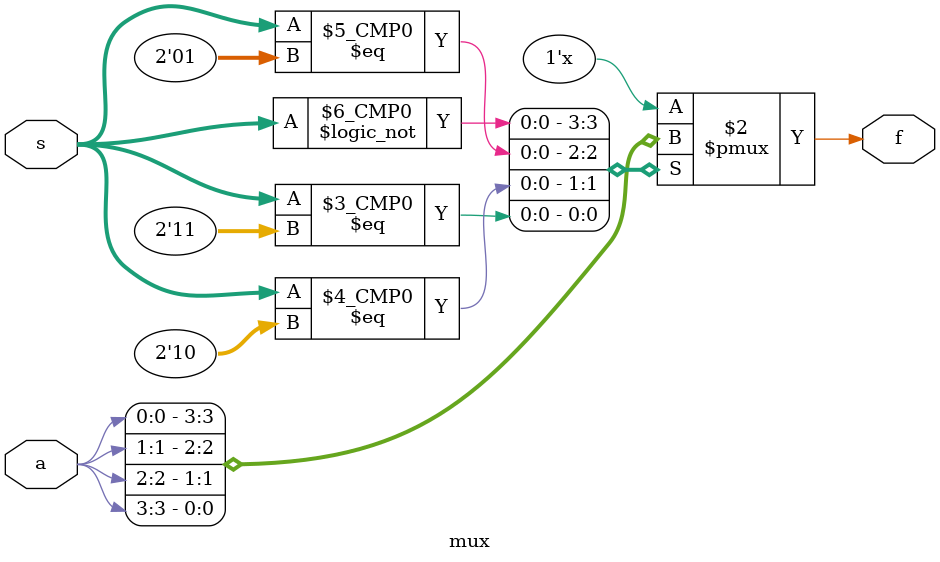
<source format=v>
module mux(s,a,f);
  input [3:0]a;
  input [1:0]s;
  output reg f;
  always @(s or a)
    begin 
      case(s)
        2'b00: f=a[0];
        2'b01: f=a[1];
        2'b10: f=a[2];
        2'b11: f=a[3];
        default: f=1'bx;
      endcase
    end
endmodule 
</source>
